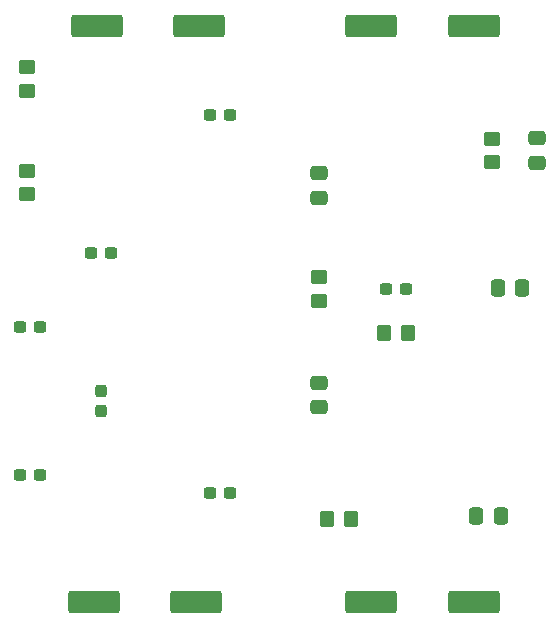
<source format=gbr>
%TF.GenerationSoftware,KiCad,Pcbnew,(6.0.2-0)*%
%TF.CreationDate,2022-02-22T22:16:16+08:00*%
%TF.ProjectId,TPA3125D2,54504133-3132-4354-9432-2e6b69636164,rev?*%
%TF.SameCoordinates,Original*%
%TF.FileFunction,Paste,Bot*%
%TF.FilePolarity,Positive*%
%FSLAX46Y46*%
G04 Gerber Fmt 4.6, Leading zero omitted, Abs format (unit mm)*
G04 Created by KiCad (PCBNEW (6.0.2-0)) date 2022-02-22 22:16:16*
%MOMM*%
%LPD*%
G01*
G04 APERTURE LIST*
G04 Aperture macros list*
%AMRoundRect*
0 Rectangle with rounded corners*
0 $1 Rounding radius*
0 $2 $3 $4 $5 $6 $7 $8 $9 X,Y pos of 4 corners*
0 Add a 4 corners polygon primitive as box body*
4,1,4,$2,$3,$4,$5,$6,$7,$8,$9,$2,$3,0*
0 Add four circle primitives for the rounded corners*
1,1,$1+$1,$2,$3*
1,1,$1+$1,$4,$5*
1,1,$1+$1,$6,$7*
1,1,$1+$1,$8,$9*
0 Add four rect primitives between the rounded corners*
20,1,$1+$1,$2,$3,$4,$5,0*
20,1,$1+$1,$4,$5,$6,$7,0*
20,1,$1+$1,$6,$7,$8,$9,0*
20,1,$1+$1,$8,$9,$2,$3,0*%
G04 Aperture macros list end*
%ADD10RoundRect,0.250000X1.950000X0.700000X-1.950000X0.700000X-1.950000X-0.700000X1.950000X-0.700000X0*%
%ADD11RoundRect,0.250000X-0.475000X0.337500X-0.475000X-0.337500X0.475000X-0.337500X0.475000X0.337500X0*%
%ADD12RoundRect,0.250000X0.475000X-0.337500X0.475000X0.337500X-0.475000X0.337500X-0.475000X-0.337500X0*%
%ADD13RoundRect,0.250000X-0.337500X-0.475000X0.337500X-0.475000X0.337500X0.475000X-0.337500X0.475000X0*%
%ADD14RoundRect,0.250000X-0.450000X0.350000X-0.450000X-0.350000X0.450000X-0.350000X0.450000X0.350000X0*%
%ADD15RoundRect,0.250000X-0.350000X-0.450000X0.350000X-0.450000X0.350000X0.450000X-0.350000X0.450000X0*%
%ADD16RoundRect,0.250000X-1.950000X-0.700000X1.950000X-0.700000X1.950000X0.700000X-1.950000X0.700000X0*%
%ADD17RoundRect,0.237500X0.300000X0.237500X-0.300000X0.237500X-0.300000X-0.237500X0.300000X-0.237500X0*%
%ADD18RoundRect,0.237500X-0.237500X0.300000X-0.237500X-0.300000X0.237500X-0.300000X0.237500X0.300000X0*%
%ADD19RoundRect,0.237500X-0.300000X-0.237500X0.300000X-0.237500X0.300000X0.237500X-0.300000X0.237500X0*%
%ADD20RoundRect,0.250000X0.450000X-0.350000X0.450000X0.350000X-0.450000X0.350000X-0.450000X-0.350000X0*%
%ADD21RoundRect,0.250000X0.350000X0.450000X-0.350000X0.450000X-0.350000X-0.450000X0.350000X-0.450000X0*%
G04 APERTURE END LIST*
D10*
%TO.C,C12*%
X140350000Y-103250000D03*
X131650000Y-103250000D03*
%TD*%
D11*
%TO.C,C21*%
X150750000Y-66962500D03*
X150750000Y-69037500D03*
%TD*%
D12*
%TO.C,C17*%
X150750000Y-86787500D03*
X150750000Y-84712500D03*
%TD*%
D13*
%TO.C,C26*%
X164041000Y-96012000D03*
X166116000Y-96012000D03*
%TD*%
D10*
%TO.C,C31*%
X163850000Y-103250000D03*
X155150000Y-103250000D03*
%TD*%
D14*
%TO.C,R8*%
X165354000Y-64024000D03*
X165354000Y-66024000D03*
%TD*%
D15*
%TO.C,R9*%
X151416000Y-96266000D03*
X153416000Y-96266000D03*
%TD*%
D16*
%TO.C,C11*%
X131900000Y-54500000D03*
X140600000Y-54500000D03*
%TD*%
D17*
%TO.C,C13*%
X143225000Y-62000000D03*
X141500000Y-62000000D03*
%TD*%
%TO.C,C1*%
X133112500Y-73750000D03*
X131387500Y-73750000D03*
%TD*%
%TO.C,C4*%
X127112500Y-80000000D03*
X125387500Y-80000000D03*
%TD*%
D18*
%TO.C,C5*%
X132250000Y-85387500D03*
X132250000Y-87112500D03*
%TD*%
D17*
%TO.C,C16*%
X143225000Y-94000000D03*
X141500000Y-94000000D03*
%TD*%
D19*
%TO.C,C19*%
X156387500Y-76750000D03*
X158112500Y-76750000D03*
%TD*%
D17*
%TO.C,C6*%
X127112500Y-92500000D03*
X125387500Y-92500000D03*
%TD*%
D14*
%TO.C,R3*%
X126000000Y-58000000D03*
X126000000Y-60000000D03*
%TD*%
D20*
%TO.C,R4*%
X126000000Y-68750000D03*
X126000000Y-66750000D03*
%TD*%
D14*
%TO.C,R5*%
X150750000Y-75750000D03*
X150750000Y-77750000D03*
%TD*%
D21*
%TO.C,R7*%
X158250000Y-80500000D03*
X156250000Y-80500000D03*
%TD*%
D13*
%TO.C,C23*%
X165862000Y-76708000D03*
X167937000Y-76708000D03*
%TD*%
D11*
%TO.C,C25*%
X169164000Y-63986500D03*
X169164000Y-66061500D03*
%TD*%
D10*
%TO.C,C30*%
X163850000Y-54500000D03*
X155150000Y-54500000D03*
%TD*%
M02*

</source>
